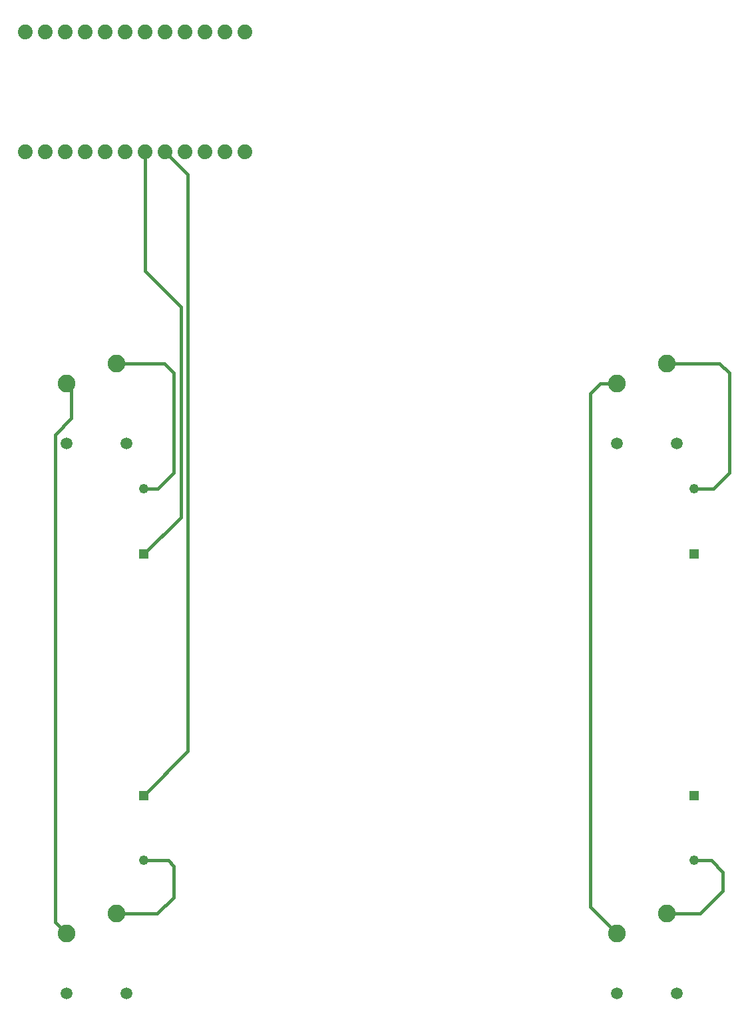
<source format=gbr>
%TF.GenerationSoftware,KiCad,Pcbnew,(6.0.7)*%
%TF.CreationDate,2023-05-23T17:19:56-04:00*%
%TF.ProjectId,Big_Keys_Keyboard,4269675f-4b65-4797-935f-4b6579626f61,rev?*%
%TF.SameCoordinates,Original*%
%TF.FileFunction,Copper,L1,Top*%
%TF.FilePolarity,Positive*%
%FSLAX46Y46*%
G04 Gerber Fmt 4.6, Leading zero omitted, Abs format (unit mm)*
G04 Created by KiCad (PCBNEW (6.0.7)) date 2023-05-23 17:19:56*
%MOMM*%
%LPD*%
G01*
G04 APERTURE LIST*
%TA.AperFunction,ComponentPad*%
%ADD10C,1.238000*%
%TD*%
%TA.AperFunction,ComponentPad*%
%ADD11R,1.238000X1.238000*%
%TD*%
%TA.AperFunction,ComponentPad*%
%ADD12C,1.879600*%
%TD*%
%TA.AperFunction,ComponentPad*%
%ADD13C,1.508000*%
%TD*%
%TA.AperFunction,ComponentPad*%
%ADD14C,2.250000*%
%TD*%
%TA.AperFunction,Conductor*%
%ADD15C,0.381000*%
%TD*%
G04 APERTURE END LIST*
D10*
%TO.P,D1,A*%
%TO.N,Net-(D1-PadA)*%
X97000000Y-98854000D03*
D11*
%TO.P,D1,C*%
%TO.N,ROW1*%
X97000000Y-107146000D03*
%TD*%
D10*
%TO.P,D3,A*%
%TO.N,Net-(D3-PadA)*%
X167000000Y-98854000D03*
D11*
%TO.P,D3,C*%
%TO.N,ROW1*%
X167000000Y-107146000D03*
%TD*%
D12*
%TO.P,B1,1,TXO*%
%TO.N,unconnected-(B1-Pad1)*%
X81900000Y-56020000D03*
%TO.P,B1,2,RXI*%
%TO.N,unconnected-(B1-Pad2)*%
X84440000Y-56020000D03*
%TO.P,B1,3,GND*%
%TO.N,unconnected-(B1-Pad3)*%
X86980000Y-56020000D03*
%TO.P,B1,4,GND*%
%TO.N,unconnected-(B1-Pad4)*%
X89520000Y-56020000D03*
%TO.P,B1,5,2*%
%TO.N,unconnected-(B1-Pad5)*%
X92060000Y-56020000D03*
%TO.P,B1,6,\u002A3*%
%TO.N,unconnected-(B1-Pad6)*%
X94600000Y-56020000D03*
%TO.P,B1,7,4*%
%TO.N,ROW1*%
X97140000Y-56020000D03*
%TO.P,B1,8,\u002A5*%
%TO.N,ROW2*%
X99680000Y-56020000D03*
%TO.P,B1,9,\u002A6*%
%TO.N,COL1*%
X102220000Y-56020000D03*
%TO.P,B1,10,7*%
%TO.N,COL2*%
X104760000Y-56020000D03*
%TO.P,B1,11,8*%
%TO.N,unconnected-(B1-Pad11)*%
X107300000Y-56020000D03*
%TO.P,B1,12,\u002A9*%
%TO.N,unconnected-(B1-Pad12)*%
X109840000Y-56020000D03*
%TO.P,B1,13,\u002A10*%
%TO.N,unconnected-(B1-Pad13)*%
X109840000Y-40780000D03*
%TO.P,B1,14,11(MOSI)*%
%TO.N,unconnected-(B1-Pad14)*%
X107300000Y-40780000D03*
%TO.P,B1,15,12(MISO)*%
%TO.N,unconnected-(B1-Pad15)*%
X104760000Y-40780000D03*
%TO.P,B1,16,13(SCK)*%
%TO.N,unconnected-(B1-Pad16)*%
X102220000Y-40780000D03*
%TO.P,B1,17,A0*%
%TO.N,unconnected-(B1-Pad17)*%
X99680000Y-40780000D03*
%TO.P,B1,18,A1*%
%TO.N,unconnected-(B1-Pad18)*%
X97140000Y-40780000D03*
%TO.P,B1,19,A2*%
%TO.N,unconnected-(B1-Pad19)*%
X94600000Y-40780000D03*
%TO.P,B1,20,A3*%
%TO.N,unconnected-(B1-Pad20)*%
X92060000Y-40780000D03*
%TO.P,B1,21,VCC*%
%TO.N,unconnected-(B1-Pad21)*%
X89520000Y-40780000D03*
%TO.P,B1,22,RESET*%
%TO.N,unconnected-(B1-Pad22)*%
X86980000Y-40780000D03*
%TO.P,B1,23,GND*%
%TO.N,unconnected-(B1-Pad23)*%
X84440000Y-40780000D03*
%TO.P,B1,24,RAW*%
%TO.N,unconnected-(B1-Pad24)*%
X81900000Y-40780000D03*
%TD*%
D13*
%TO.P,U3,BR1*%
%TO.N,N/C*%
X157190000Y-93080000D03*
%TO.P,U3,BR2*%
X164810000Y-93080000D03*
D14*
%TO.P,U3,P$1*%
%TO.N,Net-(D3-PadA)*%
X163510000Y-82920000D03*
%TO.P,U3,P$2*%
%TO.N,COL2*%
X157190000Y-85460000D03*
%TD*%
D13*
%TO.P,U1,BR1*%
%TO.N,N/C*%
X87190000Y-93080000D03*
%TO.P,U1,BR2*%
X94810000Y-93080000D03*
D14*
%TO.P,U1,P$1*%
%TO.N,Net-(D1-PadA)*%
X93510000Y-82920000D03*
%TO.P,U1,P$2*%
%TO.N,COL1*%
X87190000Y-85460000D03*
%TD*%
D13*
%TO.P,U2,BR1*%
%TO.N,N/C*%
X87190000Y-163080000D03*
%TO.P,U2,BR2*%
X94810000Y-163080000D03*
D14*
%TO.P,U2,P$1*%
%TO.N,Net-(D2-PadA)*%
X93510000Y-152920000D03*
%TO.P,U2,P$2*%
%TO.N,COL1*%
X87190000Y-155460000D03*
%TD*%
D10*
%TO.P,D2,A*%
%TO.N,Net-(D2-PadA)*%
X97000000Y-146146000D03*
D11*
%TO.P,D2,C*%
%TO.N,ROW2*%
X97000000Y-137854000D03*
%TD*%
D13*
%TO.P,U4,BR1*%
%TO.N,N/C*%
X157190000Y-163080000D03*
%TO.P,U4,BR2*%
X164810000Y-163080000D03*
D14*
%TO.P,U4,P$1*%
%TO.N,Net-(D4-PadA)*%
X163510000Y-152920000D03*
%TO.P,U4,P$2*%
%TO.N,COL2*%
X157190000Y-155460000D03*
%TD*%
D10*
%TO.P,D4,A*%
%TO.N,Net-(D4-PadA)*%
X167000000Y-146146000D03*
D11*
%TO.P,D4,C*%
%TO.N,ROW2*%
X167000000Y-137854000D03*
%TD*%
D15*
%TO.N,ROW1*%
X101680146Y-102465854D02*
X97000000Y-107146000D01*
X101680146Y-75739854D02*
X97140000Y-71199708D01*
X97140000Y-71199708D02*
X97140000Y-56020000D01*
X101680146Y-75739854D02*
X101680146Y-102465854D01*
%TO.N,ROW2*%
X102600000Y-58940000D02*
X99680000Y-56020000D01*
X97000000Y-137854000D02*
X102600000Y-132254000D01*
X102600000Y-132254000D02*
X102600000Y-58940000D01*
%TO.N,COL1*%
X85725000Y-153995000D02*
X87190000Y-155460000D01*
X87190000Y-85460000D02*
X87782717Y-86052717D01*
X87782717Y-89917283D02*
X85725000Y-91975000D01*
X85725000Y-91975000D02*
X85725000Y-153995000D01*
X87782717Y-86052717D02*
X87782717Y-89917283D01*
%TO.N,COL2*%
X157190000Y-85460000D02*
X155075175Y-85460000D01*
X155075175Y-85460000D02*
X153760176Y-86774999D01*
X153760176Y-86774999D02*
X153760176Y-152030176D01*
X153760176Y-152030176D02*
X157190000Y-155460000D01*
%TO.N,Net-(D1-PadA)*%
X99588750Y-82920000D02*
X100806250Y-84137500D01*
X100806250Y-84137500D02*
X100806250Y-96837500D01*
X93510000Y-82920000D02*
X99588750Y-82920000D01*
X100806250Y-96837500D02*
X98789750Y-98854000D01*
X98789750Y-98854000D02*
X97000000Y-98854000D01*
%TO.N,Net-(D2-PadA)*%
X100806250Y-150812500D02*
X100806250Y-146843750D01*
X98698750Y-152920000D02*
X100806250Y-150812500D01*
X93510000Y-152920000D02*
X98698750Y-152920000D01*
X100108500Y-146146000D02*
X97000000Y-146146000D01*
X100806250Y-146843750D02*
X100108500Y-146146000D01*
%TO.N,Net-(D3-PadA)*%
X171450000Y-96837500D02*
X169433500Y-98854000D01*
X169433500Y-98854000D02*
X167000000Y-98854000D01*
X171450000Y-84137500D02*
X171450000Y-96837500D01*
X163510000Y-82920000D02*
X170232500Y-82920000D01*
X170232500Y-82920000D02*
X171450000Y-84137500D01*
%TO.N,Net-(D4-PadA)*%
X167755000Y-152920000D02*
X170656250Y-150018750D01*
X169164750Y-146146000D02*
X167000000Y-146146000D01*
X170656250Y-150018750D02*
X170656250Y-147637500D01*
X170656250Y-147637500D02*
X169164750Y-146146000D01*
X163510000Y-152920000D02*
X167755000Y-152920000D01*
%TD*%
M02*

</source>
